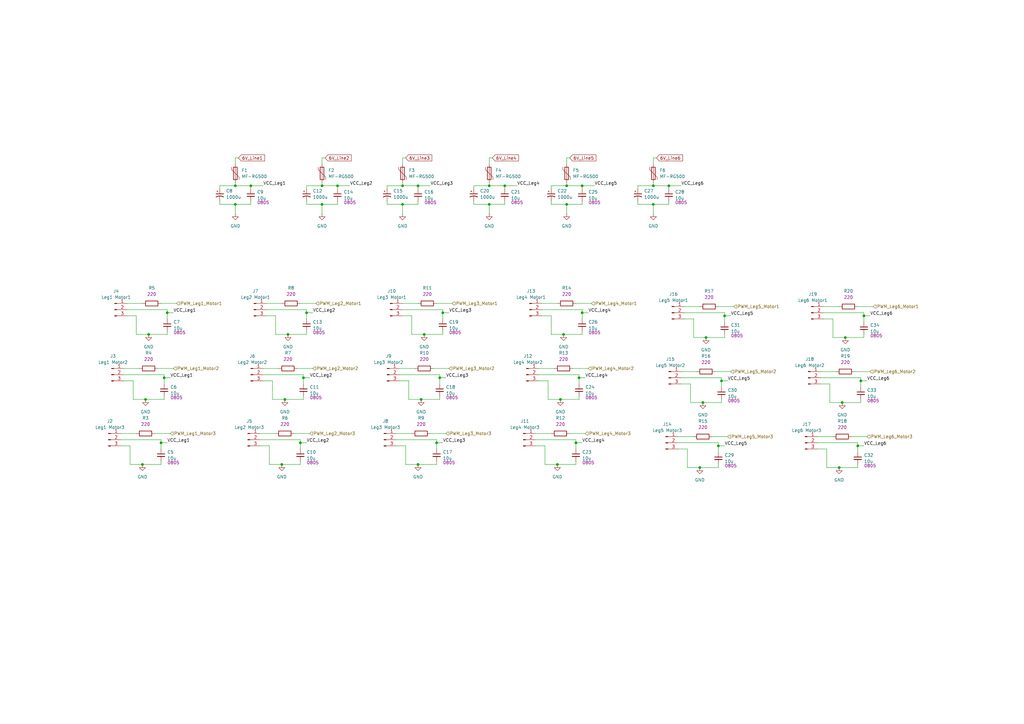
<source format=kicad_sch>
(kicad_sch (version 20250114) (generator "eeschema") (generator_version "9.0")
  (paper "A3")
  (junction (at 267.97 83.82))
  (junction (at 295.91 156.21))
  (junction (at 229.87 163.83))
  (junction (at 237.49 154.94))
  (junction (at 274.32 76.2))
  (junction (at 346.71 138.43))
  (junction (at 200.66 76.2))
  (junction (at 345.44 165.1))
  (junction (at 207.01 76.2))
  (junction (at 165.1 83.82))
  (junction (at 102.87 76.2))
  (junction (at 238.76 128.27))
  (junction (at 354.33 129.54))
  (junction (at 344.17 191.77))
  (junction (at 132.08 83.82))
  (junction (at 232.41 83.82))
  (junction (at 228.6 190.5))
  (junction (at 179.07 181.61))
  (junction (at 125.73 128.27))
  (junction (at 294.64 182.88))
  (junction (at 123.19 181.61))
  (junction (at 289.56 138.43))
  (junction (at 60.96 137.16))
  (junction (at 59.69 163.83))
  (junction (at 171.45 76.2))
  (junction (at 287.02 191.77))
  (junction (at 236.22 181.61))
  (junction (at 232.41 76.2))
  (junction (at 118.11 137.16))
  (junction (at 200.66 83.82))
  (junction (at 231.14 137.16))
  (junction (at 181.61 128.27))
  (junction (at 165.1 76.2))
  (junction (at 66.04 181.61))
  (junction (at 138.43 76.2))
  (junction (at 353.06 156.21))
  (junction (at 124.46 154.94))
  (junction (at 115.57 190.5))
  (junction (at 351.79 182.88))
  (junction (at 297.18 129.54))
  (junction (at 172.72 163.83))
  (junction (at 96.52 76.2))
  (junction (at 171.45 190.5))
  (junction (at 267.97 76.2))
  (junction (at 116.84 163.83))
  (junction (at 67.31 154.94))
  (junction (at 180.34 154.94))
  (junction (at 238.76 76.2))
  (junction (at 96.52 83.82))
  (junction (at 173.99 137.16))
  (junction (at 132.08 76.2))
  (junction (at 68.58 128.27))
  (junction (at 58.42 190.5))
  (junction (at 288.29 165.1))
  (wire (pts (xy 67.31 154.94) (xy 69.85 154.94)))
  (wire (pts (xy 132.08 64.77) (xy 132.08 67.31)))
  (wire (pts (xy 179.07 124.46) (xy 185.42 124.46)))
  (wire (pts (xy 283.21 165.1) (xy 283.21 157.48)))
  (wire (pts (xy 339.09 191.77) (xy 344.17 191.77)))
  (wire (pts (xy 171.45 190.5) (xy 179.07 190.5)))
  (wire (pts (xy 125.73 128.27) (xy 128.27 128.27)))
  (wire (pts (xy 176.53 177.8) (xy 182.88 177.8)))
  (wire (pts (xy 165.1 76.2) (xy 171.45 76.2)))
  (wire (pts (xy 125.73 127) (xy 109.22 127)))
  (wire (pts (xy 295.91 156.21) (xy 295.91 158.75)))
  (wire (pts (xy 115.57 190.5) (xy 123.19 190.5)))
  (wire (pts (xy 66.04 180.34) (xy 49.53 180.34)))
  (wire (pts (xy 179.07 189.23) (xy 179.07 190.5)))
  (wire (pts (xy 339.09 184.15) (xy 335.28 184.15)))
  (wire (pts (xy 354.33 129.54) (xy 356.87 129.54)))
  (wire (pts (xy 111.76 163.83) (xy 111.76 156.21)))
  (wire (pts (xy 96.52 83.82) (xy 102.87 83.82)))
  (wire (pts (xy 180.34 162.56) (xy 180.34 163.83)))
  (wire (pts (xy 341.63 138.43) (xy 346.71 138.43)))
  (wire (pts (xy 354.33 137.16) (xy 354.33 138.43)))
  (wire (pts (xy 351.79 181.61) (xy 351.79 182.88)))
  (wire (pts (xy 125.73 82.55) (xy 125.73 83.82)))
  (wire (pts (xy 66.04 124.46) (xy 72.39 124.46)))
  (wire (pts (xy 179.07 180.34) (xy 179.07 181.61)))
  (wire (pts (xy 283.21 157.48) (xy 279.4 157.48)))
  (wire (pts (xy 125.73 76.2) (xy 125.73 77.47)))
  (wire (pts (xy 123.19 189.23) (xy 123.19 190.5)))
  (wire (pts (xy 138.43 76.2) (xy 138.43 77.47)))
  (wire (pts (xy 236.22 180.34) (xy 219.71 180.34)))
  (wire (pts (xy 233.68 64.77) (xy 232.41 64.77)))
  (wire (pts (xy 138.43 76.2) (xy 143.51 76.2)))
  (wire (pts (xy 66.04 181.61) (xy 66.04 184.15)))
  (wire (pts (xy 294.64 182.88) (xy 297.18 182.88)))
  (wire (pts (xy 284.48 138.43) (xy 284.48 130.81)))
  (wire (pts (xy 238.76 76.2) (xy 243.84 76.2)))
  (wire (pts (xy 194.31 82.55) (xy 194.31 83.82)))
  (wire (pts (xy 167.64 163.83) (xy 172.72 163.83)))
  (wire (pts (xy 167.64 156.21) (xy 163.83 156.21)))
  (wire (pts (xy 294.64 181.61) (xy 294.64 182.88)))
  (wire (pts (xy 297.18 128.27) (xy 280.67 128.27)))
  (wire (pts (xy 124.46 153.67) (xy 107.95 153.67)))
  (wire (pts (xy 67.31 153.67) (xy 50.8 153.67)))
  (wire (pts (xy 295.91 163.83) (xy 295.91 165.1)))
  (wire (pts (xy 351.79 125.73) (xy 358.14 125.73)))
  (wire (pts (xy 354.33 129.54) (xy 354.33 132.08)))
  (wire (pts (xy 284.48 138.43) (xy 289.56 138.43)))
  (wire (pts (xy 295.91 154.94) (xy 279.4 154.94)))
  (wire (pts (xy 238.76 76.2) (xy 238.76 77.47)))
  (wire (pts (xy 133.35 64.77) (xy 132.08 64.77)))
  (wire (pts (xy 200.66 83.82) (xy 207.01 83.82)))
  (wire (pts (xy 63.5 177.8) (xy 69.85 177.8)))
  (wire (pts (xy 353.06 156.21) (xy 353.06 158.75)))
  (wire (pts (xy 66.04 189.23) (xy 66.04 190.5)))
  (wire (pts (xy 353.06 154.94) (xy 353.06 156.21)))
  (wire (pts (xy 55.88 129.54) (xy 52.07 129.54)))
  (wire (pts (xy 96.52 76.2) (xy 102.87 76.2)))
  (wire (pts (xy 261.62 82.55) (xy 261.62 83.82)))
  (wire (pts (xy 232.41 74.93) (xy 232.41 76.2)))
  (wire (pts (xy 353.06 163.83) (xy 353.06 165.1)))
  (wire (pts (xy 125.73 83.82) (xy 132.08 83.82)))
  (wire (pts (xy 194.31 76.2) (xy 200.66 76.2)))
  (wire (pts (xy 165.1 74.93) (xy 165.1 76.2)))
  (wire (pts (xy 281.94 184.15) (xy 278.13 184.15)))
  (wire (pts (xy 55.88 137.16) (xy 55.88 129.54)))
  (wire (pts (xy 172.72 163.83) (xy 180.34 163.83)))
  (wire (pts (xy 158.75 82.55) (xy 158.75 83.82)))
  (wire (pts (xy 237.49 162.56) (xy 237.49 163.83)))
  (wire (pts (xy 54.61 163.83) (xy 54.61 156.21)))
  (wire (pts (xy 121.92 151.13) (xy 128.27 151.13)))
  (wire (pts (xy 50.8 151.13) (xy 57.15 151.13)))
  (wire (pts (xy 163.83 151.13) (xy 170.18 151.13)))
  (wire (pts (xy 233.68 177.8) (xy 240.03 177.8)))
  (wire (pts (xy 123.19 124.46) (xy 129.54 124.46)))
  (wire (pts (xy 168.91 129.54) (xy 165.1 129.54)))
  (wire (pts (xy 158.75 76.2) (xy 158.75 77.47)))
  (wire (pts (xy 267.97 76.2) (xy 274.32 76.2)))
  (wire (pts (xy 297.18 129.54) (xy 299.72 129.54)))
  (wire (pts (xy 223.52 182.88) (xy 219.71 182.88)))
  (wire (pts (xy 67.31 162.56) (xy 67.31 163.83)))
  (wire (pts (xy 124.46 162.56) (xy 124.46 163.83)))
  (wire (pts (xy 346.71 138.43) (xy 354.33 138.43)))
  (wire (pts (xy 102.87 76.2) (xy 107.95 76.2)))
  (wire (pts (xy 340.36 165.1) (xy 345.44 165.1)))
  (wire (pts (xy 52.07 124.46) (xy 58.42 124.46)))
  (wire (pts (xy 90.17 76.2) (xy 90.17 77.47)))
  (wire (pts (xy 181.61 127) (xy 165.1 127)))
  (wire (pts (xy 261.62 76.2) (xy 261.62 77.47)))
  (wire (pts (xy 236.22 180.34) (xy 236.22 181.61)))
  (wire (pts (xy 234.95 151.13) (xy 241.3 151.13)))
  (wire (pts (xy 68.58 127) (xy 52.07 127)))
  (wire (pts (xy 68.58 128.27) (xy 71.12 128.27)))
  (wire (pts (xy 236.22 189.23) (xy 236.22 190.5)))
  (wire (pts (xy 335.28 179.07) (xy 341.63 179.07)))
  (wire (pts (xy 200.66 74.93) (xy 200.66 76.2)))
  (wire (pts (xy 168.91 137.16) (xy 168.91 129.54)))
  (wire (pts (xy 90.17 83.82) (xy 96.52 83.82)))
  (wire (pts (xy 180.34 153.67) (xy 163.83 153.67)))
  (wire (pts (xy 179.07 181.61) (xy 179.07 184.15)))
  (wire (pts (xy 226.06 137.16) (xy 226.06 129.54)))
  (wire (pts (xy 165.1 64.77) (xy 165.1 67.31)))
  (wire (pts (xy 68.58 127) (xy 68.58 128.27)))
  (wire (pts (xy 171.45 76.2) (xy 176.53 76.2)))
  (wire (pts (xy 228.6 190.5) (xy 236.22 190.5)))
  (wire (pts (xy 194.31 83.82) (xy 200.66 83.82)))
  (wire (pts (xy 109.22 124.46) (xy 115.57 124.46)))
  (wire (pts (xy 295.91 154.94) (xy 295.91 156.21)))
  (wire (pts (xy 226.06 76.2) (xy 226.06 77.47)))
  (wire (pts (xy 223.52 190.5) (xy 223.52 182.88)))
  (wire (pts (xy 274.32 76.2) (xy 279.4 76.2)))
  (wire (pts (xy 120.65 177.8) (xy 127 177.8)))
  (wire (pts (xy 294.64 190.5) (xy 294.64 191.77)))
  (wire (pts (xy 267.97 64.77) (xy 267.97 67.31)))
  (wire (pts (xy 110.49 190.5) (xy 115.57 190.5)))
  (wire (pts (xy 177.8 151.13) (xy 184.15 151.13)))
  (wire (pts (xy 96.52 74.93) (xy 96.52 76.2)))
  (wire (pts (xy 166.37 182.88) (xy 162.56 182.88)))
  (wire (pts (xy 111.76 156.21) (xy 107.95 156.21)))
  (wire (pts (xy 236.22 181.61) (xy 238.76 181.61)))
  (wire (pts (xy 274.32 83.82) (xy 274.32 82.55)))
  (wire (pts (xy 281.94 191.77) (xy 287.02 191.77)))
  (wire (pts (xy 224.79 163.83) (xy 224.79 156.21)))
  (wire (pts (xy 53.34 190.5) (xy 58.42 190.5)))
  (wire (pts (xy 354.33 128.27) (xy 337.82 128.27)))
  (wire (pts (xy 166.37 190.5) (xy 171.45 190.5)))
  (wire (pts (xy 289.56 138.43) (xy 297.18 138.43)))
  (wire (pts (xy 207.01 83.82) (xy 207.01 82.55)))
  (wire (pts (xy 287.02 191.77) (xy 294.64 191.77)))
  (wire (pts (xy 224.79 163.83) (xy 229.87 163.83)))
  (wire (pts (xy 232.41 83.82) (xy 232.41 87.63)))
  (wire (pts (xy 180.34 154.94) (xy 182.88 154.94)))
  (wire (pts (xy 167.64 163.83) (xy 167.64 156.21)))
  (wire (pts (xy 125.73 127) (xy 125.73 128.27)))
  (wire (pts (xy 341.63 138.43) (xy 341.63 130.81)))
  (wire (pts (xy 295.91 156.21) (xy 298.45 156.21)))
  (wire (pts (xy 353.06 154.94) (xy 336.55 154.94)))
  (wire (pts (xy 237.49 153.67) (xy 220.98 153.67)))
  (wire (pts (xy 165.1 83.82) (xy 171.45 83.82)))
  (wire (pts (xy 90.17 76.2) (xy 96.52 76.2)))
  (wire (pts (xy 97.79 64.77) (xy 96.52 64.77)))
  (wire (pts (xy 90.17 82.55) (xy 90.17 83.82)))
  (wire (pts (xy 49.53 177.8) (xy 55.88 177.8)))
  (wire (pts (xy 351.79 181.61) (xy 335.28 181.61)))
  (wire (pts (xy 283.21 165.1) (xy 288.29 165.1)))
  (wire (pts (xy 171.45 76.2) (xy 171.45 77.47)))
  (wire (pts (xy 297.18 137.16) (xy 297.18 138.43)))
  (wire (pts (xy 68.58 128.27) (xy 68.58 130.81)))
  (wire (pts (xy 123.19 181.61) (xy 125.73 181.61)))
  (wire (pts (xy 232.41 64.77) (xy 232.41 67.31)))
  (wire (pts (xy 102.87 76.2) (xy 102.87 77.47)))
  (wire (pts (xy 349.25 179.07) (xy 355.6 179.07)))
  (wire (pts (xy 293.37 152.4) (xy 299.72 152.4)))
  (wire (pts (xy 165.1 83.82) (xy 165.1 87.63)))
  (wire (pts (xy 116.84 163.83) (xy 124.46 163.83)))
  (wire (pts (xy 162.56 177.8) (xy 168.91 177.8)))
  (wire (pts (xy 96.52 83.82) (xy 96.52 87.63)))
  (wire (pts (xy 226.06 129.54) (xy 222.25 129.54)))
  (wire (pts (xy 350.52 152.4) (xy 356.87 152.4)))
  (wire (pts (xy 288.29 165.1) (xy 295.91 165.1)))
  (wire (pts (xy 110.49 182.88) (xy 106.68 182.88)))
  (wire (pts (xy 60.96 137.16) (xy 68.58 137.16)))
  (wire (pts (xy 238.76 128.27) (xy 238.76 130.81)))
  (wire (pts (xy 226.06 83.82) (xy 232.41 83.82)))
  (wire (pts (xy 166.37 64.77) (xy 165.1 64.77)))
  (wire (pts (xy 226.06 137.16) (xy 231.14 137.16)))
  (wire (pts (xy 238.76 135.89) (xy 238.76 137.16)))
  (wire (pts (xy 125.73 135.89) (xy 125.73 137.16)))
  (wire (pts (xy 237.49 154.94) (xy 237.49 157.48)))
  (wire (pts (xy 181.61 128.27) (xy 181.61 130.81)))
  (wire (pts (xy 237.49 153.67) (xy 237.49 154.94)))
  (wire (pts (xy 166.37 190.5) (xy 166.37 182.88)))
  (wire (pts (xy 229.87 163.83) (xy 237.49 163.83)))
  (wire (pts (xy 224.79 156.21) (xy 220.98 156.21)))
  (wire (pts (xy 168.91 137.16) (xy 173.99 137.16)))
  (wire (pts (xy 274.32 76.2) (xy 274.32 77.47)))
  (wire (pts (xy 53.34 190.5) (xy 53.34 182.88)))
  (wire (pts (xy 124.46 154.94) (xy 127 154.94)))
  (wire (pts (xy 179.07 180.34) (xy 162.56 180.34)))
  (wire (pts (xy 200.66 76.2) (xy 207.01 76.2)))
  (wire (pts (xy 339.09 191.77) (xy 339.09 184.15)))
  (wire (pts (xy 111.76 163.83) (xy 116.84 163.83)))
  (wire (pts (xy 353.06 156.21) (xy 355.6 156.21)))
  (wire (pts (xy 351.79 182.88) (xy 354.33 182.88)))
  (wire (pts (xy 279.4 152.4) (xy 285.75 152.4)))
  (wire (pts (xy 200.66 64.77) (xy 200.66 67.31)))
  (wire (pts (xy 344.17 191.77) (xy 351.79 191.77)))
  (wire (pts (xy 238.76 127) (xy 222.25 127)))
  (wire (pts (xy 165.1 124.46) (xy 171.45 124.46)))
  (wire (pts (xy 102.87 83.82) (xy 102.87 82.55)))
  (wire (pts (xy 124.46 153.67) (xy 124.46 154.94)))
  (wire (pts (xy 294.64 182.88) (xy 294.64 185.42)))
  (wire (pts (xy 232.41 83.82) (xy 238.76 83.82)))
  (wire (pts (xy 180.34 153.67) (xy 180.34 154.94)))
  (wire (pts (xy 340.36 157.48) (xy 336.55 157.48)))
  (wire (pts (xy 201.93 64.77) (xy 200.66 64.77)))
  (wire (pts (xy 113.03 129.54) (xy 109.22 129.54)))
  (wire (pts (xy 238.76 128.27) (xy 241.3 128.27)))
  (wire (pts (xy 67.31 154.94) (xy 67.31 157.48)))
  (wire (pts (xy 292.1 179.07) (xy 298.45 179.07)))
  (wire (pts (xy 297.18 128.27) (xy 297.18 129.54)))
  (wire (pts (xy 238.76 127) (xy 238.76 128.27)))
  (wire (pts (xy 68.58 135.89) (xy 68.58 137.16)))
  (wire (pts (xy 231.14 137.16) (xy 238.76 137.16)))
  (wire (pts (xy 194.31 76.2) (xy 194.31 77.47)))
  (wire (pts (xy 226.06 76.2) (xy 232.41 76.2)))
  (wire (pts (xy 107.95 151.13) (xy 114.3 151.13)))
  (wire (pts (xy 64.77 151.13) (xy 71.12 151.13)))
  (wire (pts (xy 351.79 190.5) (xy 351.79 191.77)))
  (wire (pts (xy 125.73 128.27) (xy 125.73 130.81)))
  (wire (pts (xy 341.63 130.81) (xy 337.82 130.81)))
  (wire (pts (xy 267.97 74.93) (xy 267.97 76.2)))
  (wire (pts (xy 284.48 130.81) (xy 280.67 130.81)))
  (wire (pts (xy 55.88 137.16) (xy 60.96 137.16)))
  (wire (pts (xy 232.41 76.2) (xy 238.76 76.2)))
  (wire (pts (xy 294.64 125.73) (xy 300.99 125.73)))
  (wire (pts (xy 200.66 83.82) (xy 200.66 87.63)))
  (wire (pts (xy 58.42 190.5) (xy 66.04 190.5)))
  (wire (pts (xy 54.61 163.83) (xy 59.69 163.83)))
  (wire (pts (xy 237.49 154.94) (xy 240.03 154.94)))
  (wire (pts (xy 223.52 190.5) (xy 228.6 190.5)))
  (wire (pts (xy 297.18 129.54) (xy 297.18 132.08)))
  (wire (pts (xy 337.82 125.73) (xy 344.17 125.73)))
  (wire (pts (xy 351.79 182.88) (xy 351.79 185.42)))
  (wire (pts (xy 294.64 181.61) (xy 278.13 181.61)))
  (wire (pts (xy 54.61 156.21) (xy 50.8 156.21)))
  (wire (pts (xy 171.45 83.82) (xy 171.45 82.55)))
  (wire (pts (xy 113.03 137.16) (xy 118.11 137.16)))
  (wire (pts (xy 53.34 182.88) (xy 49.53 182.88)))
  (wire (pts (xy 261.62 76.2) (xy 267.97 76.2)))
  (wire (pts (xy 281.94 191.77) (xy 281.94 184.15)))
  (wire (pts (xy 180.34 154.94) (xy 180.34 157.48)))
  (wire (pts (xy 280.67 125.73) (xy 287.02 125.73)))
  (wire (pts (xy 236.22 124.46) (xy 242.57 124.46)))
  (wire (pts (xy 278.13 179.07) (xy 284.48 179.07)))
  (wire (pts (xy 336.55 152.4) (xy 342.9 152.4)))
  (wire (pts (xy 66.04 181.61) (xy 68.58 181.61)))
  (wire (pts (xy 226.06 82.55) (xy 226.06 83.82)))
  (wire (pts (xy 354.33 128.27) (xy 354.33 129.54)))
  (wire (pts (xy 67.31 153.67) (xy 67.31 154.94)))
  (wire (pts (xy 267.97 83.82) (xy 274.32 83.82)))
  (wire (pts (xy 158.75 76.2) (xy 165.1 76.2)))
  (wire (pts (xy 340.36 165.1) (xy 340.36 157.48)))
  (wire (pts (xy 345.44 165.1) (xy 353.06 165.1)))
  (wire (pts (xy 181.61 127) (xy 181.61 128.27)))
  (wire (pts (xy 66.04 180.34) (xy 66.04 181.61)))
  (wire (pts (xy 59.69 163.83) (xy 67.31 163.83)))
  (wire (pts (xy 222.25 124.46) (xy 228.6 124.46)))
  (wire (pts (xy 220.98 151.13) (xy 227.33 151.13)))
  (wire (pts (xy 269.24 64.77) (xy 267.97 64.77)))
  (wire (pts (xy 207.01 76.2) (xy 207.01 77.47)))
  (wire (pts (xy 181.61 135.89) (xy 181.61 137.16)))
  (wire (pts (xy 219.71 177.8) (xy 226.06 177.8)))
  (wire (pts (xy 123.19 181.61) (xy 123.19 184.15)))
  (wire (pts (xy 132.08 83.82) (xy 132.08 87.63)))
  (wire (pts (xy 207.01 76.2) (xy 212.09 76.2)))
  (wire (pts (xy 106.68 177.8) (xy 113.03 177.8)))
  (wire (pts (xy 110.49 190.5) (xy 110.49 182.88)))
  (wire (pts (xy 123.19 180.34) (xy 106.68 180.34)))
  (wire (pts (xy 261.62 83.82) (xy 267.97 83.82)))
  (wire (pts (xy 181.61 128.27) (xy 184.15 128.27)))
  (wire (pts (xy 267.97 83.82) (xy 267.97 87.63)))
  (wire (pts (xy 96.52 64.77) (xy 96.52 67.31)))
  (wire (pts (xy 123.19 180.34) (xy 123.19 181.61)))
  (wire (pts (xy 124.46 154.94) (xy 124.46 157.48)))
  (wire (pts (xy 125.73 76.2) (xy 132.08 76.2)))
  (wire (pts (xy 132.08 74.93) (xy 132.08 76.2)))
  (wire (pts (xy 173.99 137.16) (xy 181.61 137.16)))
  (wire (pts (xy 179.07 181.61) (xy 181.61 181.61)))
  (wire (pts (xy 236.22 181.61) (xy 236.22 184.15)))
  (wire (pts (xy 118.11 137.16) (xy 125.73 137.16)))
  (wire (pts (xy 132.08 83.82) (xy 138.43 83.82)))
  (wire (pts (xy 138.43 83.82) (xy 138.43 82.55)))
  (wire (pts (xy 238.76 83.82) (xy 238.76 82.55)))
  (wire (pts (xy 158.75 83.82) (xy 165.1 83.82)))
  (wire (pts (xy 113.03 137.16) (xy 113.03 129.54)))
  (wire (pts (xy 132.08 76.2) (xy 138.43 76.2)))
  (label "VCC_Leg1" (at 69.85 154.94 0))
  (label "VCC_Leg5" (at 298.45 156.21 0))
  (label "VCC_Leg6" (at 279.4 76.2 0))
  (label "VCC_Leg4" (at 241.3 128.27 0))
  (label "VCC_Leg4" (at 238.76 181.61 0))
  (label "VCC_Leg3" (at 184.15 128.27 0))
  (label "VCC_Leg3" (at 181.61 181.61 0))
  (label "VCC_Leg5" (at 299.72 129.54 0))
  (label "VCC_Leg5" (at 297.18 182.88 0))
  (label "VCC_Leg2" (at 128.27 128.27 0))
  (label "VCC_Leg2" (at 127 154.94 0))
  (label "VCC_Leg2" (at 125.73 181.61 0))
  (label "VCC_Leg3" (at 182.88 154.94 0))
  (label "VCC_Leg1" (at 71.12 128.27 0))
  (label "VCC_Leg3" (at 176.53 76.2 0))
  (label "VCC_Leg1" (at 107.95 76.2 0))
  (label "VCC_Leg6" (at 356.87 129.54 0))
  (label "VCC_Leg6" (at 354.33 182.88 0))
  (label "VCC_Leg6" (at 355.6 156.21 0))
  (label "VCC_Leg1" (at 68.58 181.61 0))
  (label "VCC_Leg4" (at 212.09 76.2 0))
  (label "VCC_Leg4" (at 240.03 154.94 0))
  (label "VCC_Leg2" (at 143.51 76.2 0))
  (label "VCC_Leg5" (at 243.84 76.2 0))
  (global_label "6V_Line3" (shape input) (at 166.37 64.77 0) (property "Intersheetrefs" "${INTERSHEET_REFS}" (effects (hide yes))))
  (global_label "6V_Line5" (shape input) (at 233.68 64.77 0) (property "Intersheetrefs" "${INTERSHEET_REFS}" (effects (hide yes))))
  (global_label "6V_Line2" (shape input) (at 133.35 64.77 0) (property "Intersheetrefs" "${INTERSHEET_REFS}" (effects (hide yes))))
  (global_label "6V_Line4" (shape input) (at 201.93 64.77 0) (property "Intersheetrefs" "${INTERSHEET_REFS}" (effects (hide yes))))
  (global_label "6V_Line1" (shape input) (at 97.79 64.77 0) (property "Intersheetrefs" "${INTERSHEET_REFS}" (effects (hide yes))))
  (global_label "6V_Line6" (shape input) (at 269.24 64.77 0) (property "Intersheetrefs" "${INTERSHEET_REFS}" (effects (hide yes))))
  (hierarchical_label "PWM_Leg1_Motor3" (shape input) (at 69.85 177.8 0))
  (hierarchical_label "PWM_Leg6_Motor2" (shape input) (at 356.87 152.4 0))
  (hierarchical_label "PWM_Leg4_Motor1" (shape input) (at 242.57 124.46 0))
  (hierarchical_label "PWM_Leg2_Motor2" (shape input) (at 128.27 151.13 0))
  (hierarchical_label "PWM_Leg4_Motor3" (shape input) (at 240.03 177.8 0))
  (hierarchical_label "PWM_Leg1_Motor1" (shape input) (at 72.39 124.46 0))
  (hierarchical_label "PWM_Leg1_Motor2" (shape input) (at 71.12 151.13 0))
  (hierarchical_label "PWM_Leg6_Motor1" (shape input) (at 358.14 125.73 0))
  (hierarchical_label "PWM_Leg5_Motor1" (shape input) (at 300.99 125.73 0))
  (hierarchical_label "PWM_Leg2_Motor3" (shape input) (at 127 177.8 0))
  (hierarchical_label "PWM_Leg4_Motor2" (shape input) (at 241.3 151.13 0))
  (hierarchical_label "PWM_Leg3_Motor2" (shape input) (at 184.15 151.13 0))
  (hierarchical_label "PWM_Leg5_Motor2" (shape input) (at 299.72 152.4 0))
  (hierarchical_label "PWM_Leg5_Motor3" (shape input) (at 298.45 179.07 0))
  (hierarchical_label "PWM_Leg3_Motor1" (shape input) (at 185.42 124.46 0))
  (hierarchical_label "PWM_Leg2_Motor1" (shape input) (at 129.54 124.46 0))
  (hierarchical_label "PWM_Leg6_Motor3" (shape input) (at 355.6 179.07 0))
  (hierarchical_label "PWM_Leg3_Motor3" (shape input) (at 182.88 177.8 0))
  (symbol (lib_id "Device:C_Polarized_Small_US") (at 90.17 80.01 0) (unit 1) (on_board no)
    (property "Reference" "C8" (at 92.71 78.3081 0) (effects (justify left)))
    (property "Value" "1000u" (at 92.71 80.8481 0) (effects (justify left)))
    (property "Footprint" "Capacitor_SMD:CP_Elec_10x10" (effects (hide yes)))
    (property "Description" "Polarized capacitor, small US symbol" (effects (hide yes)))
  )
  (symbol (lib_id "Device:C_Small") (at 297.18 134.62 0) (unit 1) (on_board no)
    (property "Reference" "C31" (at 299.72 133.3562 0) (effects (justify left)))
    (property "Value" "10u" (at 299.72 135.8962 0) (effects (justify left)))
    (property "Footprint" "Capacitor_SMD:C_0805_2012Metric_Pad1.18x1.45mm_HandSolder" (effects (hide yes)))
    (property "Description" "0805" (at 302.26 137.668 0))
  )
  (symbol (lib_id "Device:C_Small") (at 294.64 187.96 0) (unit 1) (on_board no)
    (property "Reference" "C29" (at 297.18 186.6962 0) (effects (justify left)))
    (property "Value" "10u" (at 297.18 189.2362 0) (effects (justify left)))
    (property "Footprint" "Capacitor_SMD:C_0805_2012Metric_Pad1.18x1.45mm_HandSolder" (effects (hide yes)))
    (property "Description" "0805" (at 299.72 191.008 0))
  )
  (symbol (lib_id "Connector:Conn_01x03_Pin") (at 331.47 154.94 0) (unit 1) (on_board no)
    (property "Reference" "J18" (at 332.105 147.32 0))
    (property "Value" "Leg6 Motor2" (at 332.105 149.86 0))
    (property "Footprint" "Connector_PinHeader_2.54mm:PinHeader_1x03_P2.54mm_Vertical" (effects (hide yes)))
    (property "Description" "Generic connector, single row, 01x03, script generated" (effects (hide yes)))
  )
  (symbol (lib_id "Device:C_Small") (at 351.79 187.96 0) (unit 1) (on_board no)
    (property "Reference" "C32" (at 354.33 186.6962 0) (effects (justify left)))
    (property "Value" "10u" (at 354.33 189.2362 0) (effects (justify left)))
    (property "Footprint" "Capacitor_SMD:C_0805_2012Metric_Pad1.18x1.45mm_HandSolder" (effects (hide yes)))
    (property "Description" "0805" (at 356.87 191.008 0))
  )
  (symbol (lib_id "Device:Polyfuse") (at 200.66 71.12 0) (unit 1) (on_board no)
    (property "Reference" "F4" (at 203.2 69.8499 0) (effects (justify left)))
    (property "Value" "MF-RG500" (at 203.2 72.3899 0) (effects (justify left)))
    (property "Footprint" "Fuse:Fuse_Bourns_MF-RG500" (effects (hide yes)))
    (property "Description" "Resettable fuse, polymeric positive temperature coefficient" (effects (hide yes)))
  )
  (symbol (lib_id "Connector:Conn_01x03_Pin") (at 104.14 127 0) (unit 1) (on_board no)
    (property "Reference" "J7" (at 104.775 119.38 0))
    (property "Value" "Leg2 Motor1" (at 104.775 121.92 0))
    (property "Footprint" "Connector_PinHeader_2.54mm:PinHeader_1x03_P2.54mm_Vertical" (effects (hide yes)))
    (property "Description" "Generic connector, single row, 01x03, script generated" (effects (hide yes)))
  )
  (symbol (lib_id "Device:C_Small") (at 236.22 186.69 0) (unit 1) (on_board no)
    (property "Reference" "C23" (at 238.76 185.4262 0) (effects (justify left)))
    (property "Value" "10u" (at 238.76 187.9662 0) (effects (justify left)))
    (property "Footprint" "Capacitor_SMD:C_0805_2012Metric_Pad1.18x1.45mm_HandSolder" (effects (hide yes)))
    (property "Description" "0805" (at 241.3 189.738 0))
  )
  (symbol (lib_id "Device:C_Small") (at 123.19 186.69 0) (unit 1) (on_board no)
    (property "Reference" "C10" (at 125.73 185.4262 0) (effects (justify left)))
    (property "Value" "10u" (at 125.73 187.9662 0) (effects (justify left)))
    (property "Footprint" "Capacitor_SMD:C_0805_2012Metric_Pad1.18x1.45mm_HandSolder" (effects (hide yes)))
    (property "Description" "0805" (at 128.27 189.738 0))
  )
  (symbol (lib_id "PCM_4ms_Resistor:150K_0603") (at 172.72 177.8 90) (unit 1) (on_board no)
    (property "Reference" "R9" (at 172.72 171.45 90))
    (property "Value" "150K_0603" (effects (hide yes)))
    (property "Footprint" "PCM_4ms_Resistor:R_0805_2012Metric" (effects (hide yes)))
    (property "Description" "150K, 1%, 1/10W, 0603" (effects (hide yes)))
    (property "Specifications" "150K, 1%, 1/10W, 0603" (effects (hide yes)))
    (property "Manufacturer" "Yageo" (effects (hide yes)))
    (property "Part Number" "RC0603FR-07150KL" (effects (hide yes)))
    (property "Display" "220" (at 172.72 173.99 90))
    (property "JLCPCB ID" "C22807" (effects (hide yes)))
  )
  (symbol (lib_id "power:GND") (at 200.66 87.63 0) (unit 1) (on_board no)
    (property "Reference" "#PWR021" (effects (hide yes)))
    (property "Value" "GND" (at 200.66 92.71 0))
    (property "Description" "Power symbol creates a global label with name \"GND\" , ground" (effects (hide yes)))
  )
  (symbol (lib_id "power:GND") (at 58.42 190.5 0) (unit 1) (on_board no)
    (property "Reference" "#PWR09" (effects (hide yes)))
    (property "Value" "GND" (at 58.42 195.58 0))
    (property "Description" "Power symbol creates a global label with name \"GND\" , ground" (effects (hide yes)))
  )
  (symbol (lib_id "Connector:Conn_01x03_Pin") (at 274.32 154.94 0) (unit 1) (on_board no)
    (property "Reference" "J15" (at 274.955 147.32 0))
    (property "Value" "Leg5 Motor2" (at 274.955 149.86 0))
    (property "Footprint" "Connector_PinHeader_2.54mm:PinHeader_1x03_P2.54mm_Vertical" (effects (hide yes)))
    (property "Description" "Generic connector, single row, 01x03, script generated" (effects (hide yes)))
  )
  (symbol (lib_id "Device:C_Small") (at 125.73 133.35 0) (unit 1) (on_board no)
    (property "Reference" "C13" (at 128.27 132.0862 0) (effects (justify left)))
    (property "Value" "10u" (at 128.27 134.6262 0) (effects (justify left)))
    (property "Footprint" "Capacitor_SMD:C_0805_2012Metric_Pad1.18x1.45mm_HandSolder" (effects (hide yes)))
    (property "Description" "0805" (at 130.81 136.398 0))
  )
  (symbol (lib_id "PCM_4ms_Resistor:150K_0603") (at 290.83 125.73 90) (unit 1) (on_board no)
    (property "Reference" "R17" (at 290.83 119.38 90))
    (property "Value" "150K_0603" (effects (hide yes)))
    (property "Footprint" "PCM_4ms_Resistor:R_0805_2012Metric" (effects (hide yes)))
    (property "Description" "150K, 1%, 1/10W, 0603" (effects (hide yes)))
    (property "Specifications" "150K, 1%, 1/10W, 0603" (effects (hide yes)))
    (property "Manufacturer" "Yageo" (effects (hide yes)))
    (property "Part Number" "RC0603FR-07150KL" (effects (hide yes)))
    (property "Display" "220" (at 290.83 121.92 90))
    (property "JLCPCB ID" "C22807" (effects (hide yes)))
  )
  (symbol (lib_id "PCM_4ms_Resistor:150K_0603") (at 229.87 177.8 90) (unit 1) (on_board no)
    (property "Reference" "R12" (at 229.87 171.45 90))
    (property "Value" "150K_0603" (effects (hide yes)))
    (property "Footprint" "PCM_4ms_Resistor:R_0805_2012Metric" (effects (hide yes)))
    (property "Description" "150K, 1%, 1/10W, 0603" (effects (hide yes)))
    (property "Specifications" "150K, 1%, 1/10W, 0603" (effects (hide yes)))
    (property "Manufacturer" "Yageo" (effects (hide yes)))
    (property "Part Number" "RC0603FR-07150KL" (effects (hide yes)))
    (property "Display" "220" (at 229.87 173.99 90))
    (property "JLCPCB ID" "C22807" (effects (hide yes)))
  )
  (symbol (lib_id "Device:C_Small") (at 66.04 186.69 0) (unit 1) (on_board no)
    (property "Reference" "C5" (at 68.58 185.4262 0) (effects (justify left)))
    (property "Value" "10u" (at 68.58 187.9662 0) (effects (justify left)))
    (property "Footprint" "Capacitor_SMD:C_0805_2012Metric_Pad1.18x1.45mm_HandSolder" (effects (hide yes)))
    (property "Description" "0805" (at 71.12 189.738 0))
  )
  (symbol (lib_id "power:GND") (at 232.41 87.63 0) (unit 1) (on_board no)
    (property "Reference" "#PWR025" (effects (hide yes)))
    (property "Value" "GND" (at 232.41 92.71 0))
    (property "Description" "Power symbol creates a global label with name \"GND\" , ground" (effects (hide yes)))
  )
  (symbol (lib_id "Connector:Conn_01x03_Pin") (at 44.45 180.34 0) (unit 1) (on_board no)
    (property "Reference" "J2" (at 45.085 172.72 0))
    (property "Value" "Leg1 Motor3" (at 45.085 175.26 0))
    (property "Footprint" "Connector_PinHeader_2.54mm:PinHeader_1x03_P2.54mm_Vertical" (effects (hide yes)))
    (property "Description" "Generic connector, single row, 01x03, script generated" (effects (hide yes)))
  )
  (symbol (lib_id "power:GND") (at 60.96 137.16 0) (unit 1) (on_board no)
    (property "Reference" "#PWR011" (effects (hide yes)))
    (property "Value" "GND" (at 60.96 142.24 0))
    (property "Description" "Power symbol creates a global label with name \"GND\" , ground" (effects (hide yes)))
  )
  (symbol (lib_id "Device:C_Small") (at 102.87 80.01 0) (unit 1) (on_board no)
    (property "Reference" "C9" (at 105.41 78.7462 0) (effects (justify left)))
    (property "Value" "10u" (at 105.41 81.2862 0) (effects (justify left)))
    (property "Footprint" "Capacitor_SMD:C_0805_2012Metric_Pad1.18x1.45mm_HandSolder" (effects (hide yes)))
    (property "Description" "0805" (at 107.95 83.058 0))
  )
  (symbol (lib_id "power:GND") (at 229.87 163.83 0) (unit 1) (on_board no)
    (property "Reference" "#PWR023" (effects (hide yes)))
    (property "Value" "GND" (at 229.87 168.91 0))
    (property "Description" "Power symbol creates a global label with name \"GND\" , ground" (effects (hide yes)))
  )
  (symbol (lib_id "Device:C_Small") (at 180.34 160.02 0) (unit 1) (on_board no)
    (property "Reference" "C18" (at 182.88 158.7562 0) (effects (justify left)))
    (property "Value" "10u" (at 182.88 161.2962 0) (effects (justify left)))
    (property "Footprint" "Capacitor_SMD:C_0805_2012Metric_Pad1.18x1.45mm_HandSolder" (effects (hide yes)))
    (property "Description" "0805" (at 185.42 163.068 0))
  )
  (symbol (lib_id "PCM_4ms_Resistor:150K_0603") (at 118.11 151.13 90) (unit 1) (on_board no)
    (property "Reference" "R7" (at 118.11 144.78 90))
    (property "Value" "150K_0603" (effects (hide yes)))
    (property "Footprint" "PCM_4ms_Resistor:R_0805_2012Metric" (effects (hide yes)))
    (property "Description" "150K, 1%, 1/10W, 0603" (effects (hide yes)))
    (property "Specifications" "150K, 1%, 1/10W, 0603" (effects (hide yes)))
    (property "Manufacturer" "Yageo" (effects (hide yes)))
    (property "Part Number" "RC0603FR-07150KL" (effects (hide yes)))
    (property "Display" "220" (at 118.11 147.32 90))
    (property "JLCPCB ID" "C22807" (effects (hide yes)))
  )
  (symbol (lib_id "Device:C_Small") (at 207.01 80.01 0) (unit 1) (on_board no)
    (property "Reference" "C21" (at 209.55 78.7462 0) (effects (justify left)))
    (property "Value" "10u" (at 209.55 81.2862 0) (effects (justify left)))
    (property "Footprint" "Capacitor_SMD:C_0805_2012Metric_Pad1.18x1.45mm_HandSolder" (effects (hide yes)))
    (property "Description" "0805" (at 212.09 83.058 0))
  )
  (symbol (lib_id "Connector:Conn_01x03_Pin") (at 215.9 153.67 0) (unit 1) (on_board no)
    (property "Reference" "J12" (at 216.535 146.05 0))
    (property "Value" "Leg4 Motor2" (at 216.535 148.59 0))
    (property "Footprint" "Connector_PinHeader_2.54mm:PinHeader_1x03_P2.54mm_Vertical" (effects (hide yes)))
    (property "Description" "Generic connector, single row, 01x03, script generated" (effects (hide yes)))
  )
  (symbol (lib_id "PCM_4ms_Resistor:150K_0603") (at 173.99 151.13 90) (unit 1) (on_board no)
    (property "Reference" "R10" (at 173.99 144.78 90))
    (property "Value" "150K_0603" (effects (hide yes)))
    (property "Footprint" "PCM_4ms_Resistor:R_0805_2012Metric" (effects (hide yes)))
    (property "Description" "150K, 1%, 1/10W, 0603" (effects (hide yes)))
    (property "Specifications" "150K, 1%, 1/10W, 0603" (effects (hide yes)))
    (property "Manufacturer" "Yageo" (effects (hide yes)))
    (property "Part Number" "RC0603FR-07150KL" (effects (hide yes)))
    (property "Display" "220" (at 173.99 147.32 90))
    (property "JLCPCB ID" "C22807" (effects (hide yes)))
  )
  (symbol (lib_id "Device:C_Small") (at 138.43 80.01 0) (unit 1) (on_board no)
    (property "Reference" "C14" (at 140.97 78.7462 0) (effects (justify left)))
    (property "Value" "10u" (at 140.97 81.2862 0) (effects (justify left)))
    (property "Footprint" "Capacitor_SMD:C_0805_2012Metric_Pad1.18x1.45mm_HandSolder" (effects (hide yes)))
    (property "Description" "0805" (at 143.51 83.058 0))
  )
  (symbol (lib_id "Connector:Conn_01x03_Pin") (at 214.63 180.34 0) (unit 1) (on_board no)
    (property "Reference" "J11" (at 215.265 172.72 0))
    (property "Value" "Leg4 Motor3" (at 215.265 175.26 0))
    (property "Footprint" "Connector_PinHeader_2.54mm:PinHeader_1x03_P2.54mm_Vertical" (effects (hide yes)))
    (property "Description" "Generic connector, single row, 01x03, script generated" (effects (hide yes)))
  )
  (symbol (lib_id "power:GND") (at 288.29 165.1 0) (unit 1) (on_board no)
    (property "Reference" "#PWR028" (effects (hide yes)))
    (property "Value" "GND" (at 288.29 170.18 0))
    (property "Description" "Power symbol creates a global label with name \"GND\" , ground" (effects (hide yes)))
  )
  (symbol (lib_id "Connector:Conn_01x03_Pin") (at 102.87 153.67 0) (unit 1) (on_board no)
    (property "Reference" "J6" (at 103.505 146.05 0))
    (property "Value" "Leg2 Motor2" (at 103.505 148.59 0))
    (property "Footprint" "Connector_PinHeader_2.54mm:PinHeader_1x03_P2.54mm_Vertical" (effects (hide yes)))
    (property "Description" "Generic connector, single row, 01x03, script generated" (effects (hide yes)))
  )
  (symbol (lib_id "power:GND") (at 115.57 190.5 0) (unit 1) (on_board no)
    (property "Reference" "#PWR013" (effects (hide yes)))
    (property "Value" "GND" (at 115.57 195.58 0))
    (property "Description" "Power symbol creates a global label with name \"GND\" , ground" (effects (hide yes)))
  )
  (symbol (lib_id "power:GND") (at 116.84 163.83 0) (unit 1) (on_board no)
    (property "Reference" "#PWR014" (effects (hide yes)))
    (property "Value" "GND" (at 116.84 168.91 0))
    (property "Description" "Power symbol creates a global label with name \"GND\" , ground" (effects (hide yes)))
  )
  (symbol (lib_id "Device:C_Small") (at 171.45 80.01 0) (unit 1) (on_board no)
    (property "Reference" "C16" (at 173.99 78.7462 0) (effects (justify left)))
    (property "Value" "10u" (at 173.99 81.2862 0) (effects (justify left)))
    (property "Footprint" "Capacitor_SMD:C_0805_2012Metric_Pad1.18x1.45mm_HandSolder" (effects (hide yes)))
    (property "Description" "0805" (at 176.53 83.058 0))
  )
  (symbol (lib_id "PCM_4ms_Resistor:150K_0603") (at 59.69 177.8 90) (unit 1) (on_board no)
    (property "Reference" "R3" (at 59.69 171.45 90))
    (property "Value" "150K_0603" (effects (hide yes)))
    (property "Footprint" "PCM_4ms_Resistor:R_0805_2012Metric" (effects (hide yes)))
    (property "Description" "150K, 1%, 1/10W, 0603" (effects (hide yes)))
    (property "Specifications" "150K, 1%, 1/10W, 0603" (effects (hide yes)))
    (property "Manufacturer" "Yageo" (effects (hide yes)))
    (property "Part Number" "RC0603FR-07150KL" (effects (hide yes)))
    (property "Display" "220" (at 59.69 173.99 90))
    (property "JLCPCB ID" "C22807" (effects (hide yes)))
  )
  (symbol (lib_id "power:GND") (at 132.08 87.63 0) (unit 1) (on_board no)
    (property "Reference" "#PWR016" (effects (hide yes)))
    (property "Value" "GND" (at 132.08 92.71 0))
    (property "Description" "Power symbol creates a global label with name \"GND\" , ground" (effects (hide yes)))
  )
  (symbol (lib_id "Connector:Conn_01x03_Pin") (at 330.2 181.61 0) (unit 1) (on_board no)
    (property "Reference" "J17" (at 330.835 173.99 0))
    (property "Value" "Leg6 Motor3" (at 330.835 176.53 0))
    (property "Footprint" "Connector_PinHeader_2.54mm:PinHeader_1x03_P2.54mm_Vertical" (effects (hide yes)))
    (property "Description" "Generic connector, single row, 01x03, script generated" (effects (hide yes)))
  )
  (symbol (lib_id "power:GND") (at 171.45 190.5 0) (unit 1) (on_board no)
    (property "Reference" "#PWR018" (effects (hide yes)))
    (property "Value" "GND" (at 171.45 195.58 0))
    (property "Description" "Power symbol creates a global label with name \"GND\" , ground" (effects (hide yes)))
  )
  (symbol (lib_id "PCM_4ms_Resistor:150K_0603") (at 232.41 124.46 90) (unit 1) (on_board no)
    (property "Reference" "R14" (at 232.41 118.11 90))
    (property "Value" "150K_0603" (effects (hide yes)))
    (property "Footprint" "PCM_4ms_Resistor:R_0805_2012Metric" (effects (hide yes)))
    (property "Description" "150K, 1%, 1/10W, 0603" (effects (hide yes)))
    (property "Specifications" "150K, 1%, 1/10W, 0603" (effects (hide yes)))
    (property "Manufacturer" "Yageo" (effects (hide yes)))
    (property "Part Number" "RC0603FR-07150KL" (effects (hide yes)))
    (property "Display" "220" (at 232.41 120.65 90))
    (property "JLCPCB ID" "C22807" (effects (hide yes)))
  )
  (symbol (lib_id "PCM_4ms_Resistor:150K_0603") (at 289.56 152.4 90) (unit 1) (on_board no)
    (property "Reference" "R16" (at 289.56 146.05 90))
    (property "Value" "150K_0603" (effects (hide yes)))
    (property "Footprint" "PCM_4ms_Resistor:R_0805_2012Metric" (effects (hide yes)))
    (property "Description" "150K, 1%, 1/10W, 0603" (effects (hide yes)))
    (property "Specifications" "150K, 1%, 1/10W, 0603" (effects (hide yes)))
    (property "Manufacturer" "Yageo" (effects (hide yes)))
    (property "Part Number" "RC0603FR-07150KL" (effects (hide yes)))
    (property "Display" "220" (at 289.56 148.59 90))
    (property "JLCPCB ID" "C22807" (effects (hide yes)))
  )
  (symbol (lib_id "power:GND") (at 287.02 191.77 0) (unit 1) (on_board no)
    (property "Reference" "#PWR027" (effects (hide yes)))
    (property "Value" "GND" (at 287.02 196.85 0))
    (property "Description" "Power symbol creates a global label with name \"GND\" , ground" (effects (hide yes)))
  )
  (symbol (lib_id "Device:C_Small") (at 238.76 133.35 0) (unit 1) (on_board no)
    (property "Reference" "C26" (at 241.3 132.0862 0) (effects (justify left)))
    (property "Value" "10u" (at 241.3 134.6262 0) (effects (justify left)))
    (property "Footprint" "Capacitor_SMD:C_0805_2012Metric_Pad1.18x1.45mm_HandSolder" (effects (hide yes)))
    (property "Description" "0805" (at 243.84 136.398 0))
  )
  (symbol (lib_id "Device:C_Small") (at 354.33 134.62 0) (unit 1) (on_board no)
    (property "Reference" "C34" (at 356.87 133.3562 0) (effects (justify left)))
    (property "Value" "10u" (at 356.87 135.8962 0) (effects (justify left)))
    (property "Footprint" "Capacitor_SMD:C_0805_2012Metric_Pad1.18x1.45mm_HandSolder" (effects (hide yes)))
    (property "Description" "0805" (at 359.41 137.668 0))
  )
  (symbol (lib_id "Connector:Conn_01x03_Pin") (at 275.59 128.27 0) (unit 1) (on_board no)
    (property "Reference" "J16" (at 276.225 120.65 0))
    (property "Value" "Leg5 Motor1" (at 276.225 123.19 0))
    (property "Footprint" "Connector_PinHeader_2.54mm:PinHeader_1x03_P2.54mm_Vertical" (effects (hide yes)))
    (property "Description" "Generic connector, single row, 01x03, script generated" (effects (hide yes)))
  )
  (symbol (lib_id "Connector:Conn_01x03_Pin") (at 101.6 180.34 0) (unit 1) (on_board no)
    (property "Reference" "J5" (at 102.235 172.72 0))
    (property "Value" "Leg2 Motor3" (at 102.235 175.26 0))
    (property "Footprint" "Connector_PinHeader_2.54mm:PinHeader_1x03_P2.54mm_Vertical" (effects (hide yes)))
    (property "Description" "Generic connector, single row, 01x03, script generated" (effects (hide yes)))
  )
  (symbol (lib_id "power:GND") (at 267.97 87.63 0) (unit 1) (on_board no)
    (property "Reference" "#PWR026" (effects (hide yes)))
    (property "Value" "GND" (at 267.97 92.71 0))
    (property "Description" "Power symbol creates a global label with name \"GND\" , ground" (effects (hide yes)))
  )
  (symbol (lib_id "Device:C_Polarized_Small_US") (at 226.06 80.01 0) (unit 1) (on_board no)
    (property "Reference" "C22" (at 228.6 78.3081 0) (effects (justify left)))
    (property "Value" "1000u" (at 228.6 80.8481 0) (effects (justify left)))
    (property "Footprint" "Capacitor_SMD:CP_Elec_10x10" (effects (hide yes)))
    (property "Description" "Polarized capacitor, small US symbol" (effects (hide yes)))
  )
  (symbol (lib_id "power:GND") (at 96.52 87.63 0) (unit 1) (on_board no)
    (property "Reference" "#PWR012" (effects (hide yes)))
    (property "Value" "GND" (at 96.52 92.71 0))
    (property "Description" "Power symbol creates a global label with name \"GND\" , ground" (effects (hide yes)))
  )
  (symbol (lib_id "Device:Polyfuse") (at 132.08 71.12 0) (unit 1) (on_board no)
    (property "Reference" "F2" (at 134.62 69.8499 0) (effects (justify left)))
    (property "Value" "MF-RG500" (at 134.62 72.3899 0) (effects (justify left)))
    (property "Footprint" "Fuse:Fuse_Bourns_MF-RG500" (effects (hide yes)))
    (property "Description" "Resettable fuse, polymeric positive temperature coefficient" (effects (hide yes)))
  )
  (symbol (lib_id "PCM_4ms_Resistor:150K_0603") (at 60.96 151.13 90) (unit 1) (on_board no)
    (property "Reference" "R4" (at 60.96 144.78 90))
    (property "Value" "150K_0603" (effects (hide yes)))
    (property "Footprint" "PCM_4ms_Resistor:R_0805_2012Metric" (effects (hide yes)))
    (property "Description" "150K, 1%, 1/10W, 0603" (effects (hide yes)))
    (property "Specifications" "150K, 1%, 1/10W, 0603" (effects (hide yes)))
    (property "Manufacturer" "Yageo" (effects (hide yes)))
    (property "Part Number" "RC0603FR-07150KL" (effects (hide yes)))
    (property "Display" "220" (at 60.96 147.32 90))
    (property "JLCPCB ID" "C22807" (effects (hide yes)))
  )
  (symbol (lib_id "Device:C_Small") (at 274.32 80.01 0) (unit 1) (on_board no)
    (property "Reference" "C28" (at 276.86 78.7462 0) (effects (justify left)))
    (property "Value" "10u" (at 276.86 81.2862 0) (effects (justify left)))
    (property "Footprint" "Capacitor_SMD:C_0805_2012Metric_Pad1.18x1.45mm_HandSolder" (effects (hide yes)))
    (property "Description" "0805" (at 279.4 83.058 0))
  )
  (symbol (lib_id "Connector:Conn_01x03_Pin") (at 45.72 153.67 0) (unit 1) (on_board no)
    (property "Reference" "J3" (at 46.355 146.05 0))
    (property "Value" "Leg1 Motor2" (at 46.355 148.59 0))
    (property "Footprint" "Connector_PinHeader_2.54mm:PinHeader_1x03_P2.54mm_Vertical" (effects (hide yes)))
    (property "Description" "Generic connector, single row, 01x03, script generated" (effects (hide yes)))
  )
  (symbol (lib_id "power:GND") (at 118.11 137.16 0) (unit 1) (on_board no)
    (property "Reference" "#PWR015" (effects (hide yes)))
    (property "Value" "GND" (at 118.11 142.24 0))
    (property "Description" "Power symbol creates a global label with name \"GND\" , ground" (effects (hide yes)))
  )
  (symbol (lib_id "PCM_4ms_Resistor:150K_0603") (at 231.14 151.13 90) (unit 1) (on_board no)
    (property "Reference" "R13" (at 231.14 144.78 90))
    (property "Value" "150K_0603" (effects (hide yes)))
    (property "Footprint" "PCM_4ms_Resistor:R_0805_2012Metric" (effects (hide yes)))
    (property "Description" "150K, 1%, 1/10W, 0603" (effects (hide yes)))
    (property "Specifications" "150K, 1%, 1/10W, 0603" (effects (hide yes)))
    (property "Manufacturer" "Yageo" (effects (hide yes)))
    (property "Part Number" "RC0603FR-07150KL" (effects (hide yes)))
    (property "Display" "220" (at 231.14 147.32 90))
    (property "JLCPCB ID" "C22807" (effects (hide yes)))
  )
  (symbol (lib_id "Connector:Conn_01x03_Pin") (at 157.48 180.34 0) (unit 1) (on_board no)
    (property "Reference" "J8" (at 158.115 172.72 0))
    (property "Value" "Leg3 Motor3" (at 158.115 175.26 0))
    (property "Footprint" "Connector_PinHeader_2.54mm:PinHeader_1x03_P2.54mm_Vertical" (effects (hide yes)))
    (property "Description" "Generic connector, single row, 01x03, script generated" (effects (hide yes)))
  )
  (symbol (lib_id "PCM_4ms_Resistor:150K_0603") (at 345.44 179.07 90) (unit 1) (on_board no)
    (property "Reference" "R18" (at 345.44 172.72 90))
    (property "Value" "150K_0603" (effects (hide yes)))
    (property "Footprint" "PCM_4ms_Resistor:R_0805_2012Metric" (effects (hide yes)))
    (property "Description" "150K, 1%, 1/10W, 0603" (effects (hide yes)))
    (property "Specifications" "150K, 1%, 1/10W, 0603" (effects (hide yes)))
    (property "Manufacturer" "Yageo" (effects (hide yes)))
    (property "Part Number" "RC0603FR-07150KL" (effects (hide yes)))
    (property "Display" "220" (at 345.44 175.26 90))
    (property "JLCPCB ID" "C22807" (effects (hide yes)))
  )
  (symbol (lib_id "PCM_4ms_Resistor:150K_0603") (at 116.84 177.8 90) (unit 1) (on_board no)
    (property "Reference" "R6" (at 116.84 171.45 90))
    (property "Value" "150K_0603" (effects (hide yes)))
    (property "Footprint" "PCM_4ms_Resistor:R_0805_2012Metric" (effects (hide yes)))
    (property "Description" "150K, 1%, 1/10W, 0603" (effects (hide yes)))
    (property "Specifications" "150K, 1%, 1/10W, 0603" (effects (hide yes)))
    (property "Manufacturer" "Yageo" (effects (hide yes)))
    (property "Part Number" "RC0603FR-07150KL" (effects (hide yes)))
    (property "Display" "220" (at 116.84 173.99 90))
    (property "JLCPCB ID" "C22807" (effects (hide yes)))
  )
  (symbol (lib_id "PCM_4ms_Resistor:150K_0603") (at 175.26 124.46 90) (unit 1) (on_board no)
    (property "Reference" "R11" (at 175.26 118.11 90))
    (property "Value" "150K_0603" (effects (hide yes)))
    (property "Footprint" "PCM_4ms_Resistor:R_0805_2012Metric" (effects (hide yes)))
    (property "Description" "150K, 1%, 1/10W, 0603" (effects (hide yes)))
    (property "Specifications" "150K, 1%, 1/10W, 0603" (effects (hide yes)))
    (property "Manufacturer" "Yageo" (effects (hide yes)))
    (property "Part Number" "RC0603FR-07150KL" (effects (hide yes)))
    (property "Display" "220" (at 175.26 120.65 90))
    (property "JLCPCB ID" "C22807" (effects (hide yes)))
  )
  (symbol (lib_id "Device:C_Small") (at 181.61 133.35 0) (unit 1) (on_board no)
    (property "Reference" "C19" (at 184.15 132.0862 0) (effects (justify left)))
    (property "Value" "10u" (at 184.15 134.6262 0) (effects (justify left)))
    (property "Footprint" "Capacitor_SMD:C_0805_2012Metric_Pad1.18x1.45mm_HandSolder" (effects (hide yes)))
    (property "Description" "0805" (at 186.69 136.398 0))
  )
  (symbol (lib_id "Connector:Conn_01x03_Pin") (at 332.74 128.27 0) (unit 1) (on_board no)
    (property "Reference" "J19" (at 333.375 120.65 0))
    (property "Value" "Leg6 Motor1" (at 333.375 123.19 0))
    (property "Footprint" "Connector_PinHeader_2.54mm:PinHeader_1x03_P2.54mm_Vertical" (effects (hide yes)))
    (property "Description" "Generic connector, single row, 01x03, script generated" (effects (hide yes)))
  )
  (symbol (lib_id "power:GND") (at 345.44 165.1 0) (unit 1) (on_board no)
    (property "Reference" "#PWR031" (effects (hide yes)))
    (property "Value" "GND" (at 345.44 170.18 0))
    (property "Description" "Power symbol creates a global label with name \"GND\" , ground" (effects (hide yes)))
  )
  (symbol (lib_id "Device:C_Polarized_Small_US") (at 158.75 80.01 0) (unit 1) (on_board no)
    (property "Reference" "C15" (at 161.29 78.3081 0) (effects (justify left)))
    (property "Value" "1000u" (at 161.29 80.8481 0) (effects (justify left)))
    (property "Footprint" "Capacitor_SMD:CP_Elec_10x10" (effects (hide yes)))
    (property "Description" "Polarized capacitor, small US symbol" (effects (hide yes)))
  )
  (symbol (lib_id "PCM_4ms_Resistor:150K_0603") (at 288.29 179.07 90) (unit 1) (on_board no)
    (property "Reference" "R15" (at 288.29 172.72 90))
    (property "Value" "150K_0603" (effects (hide yes)))
    (property "Footprint" "PCM_4ms_Resistor:R_0805_2012Metric" (effects (hide yes)))
    (property "Description" "150K, 1%, 1/10W, 0603" (effects (hide yes)))
    (property "Specifications" "150K, 1%, 1/10W, 0603" (effects (hide yes)))
    (property "Manufacturer" "Yageo" (effects (hide yes)))
    (property "Part Number" "RC0603FR-07150KL" (effects (hide yes)))
    (property "Display" "220" (at 288.29 175.26 90))
    (property "JLCPCB ID" "C22807" (effects (hide yes)))
  )
  (symbol (lib_id "Connector:Conn_01x03_Pin") (at 160.02 127 0) (unit 1) (on_board no)
    (property "Reference" "J10" (at 160.655 119.38 0))
    (property "Value" "Leg3 Motor1" (at 160.655 121.92 0))
    (property "Footprint" "Connector_PinHeader_2.54mm:PinHeader_1x03_P2.54mm_Vertical" (effects (hide yes)))
    (property "Description" "Generic connector, single row, 01x03, script generated" (effects (hide yes)))
  )
  (symbol (lib_id "power:GND") (at 172.72 163.83 0) (unit 1) (on_board no)
    (property "Reference" "#PWR019" (effects (hide yes)))
    (property "Value" "GND" (at 172.72 168.91 0))
    (property "Description" "Power symbol creates a global label with name \"GND\" , ground" (effects (hide yes)))
  )
  (symbol (lib_id "power:GND") (at 344.17 191.77 0) (unit 1) (on_board no)
    (property "Reference" "#PWR030" (effects (hide yes)))
    (property "Value" "GND" (at 344.17 196.85 0))
    (property "Description" "Power symbol creates a global label with name \"GND\" , ground" (effects (hide yes)))
  )
  (symbol (lib_id "Connector:Conn_01x03_Pin") (at 158.75 153.67 0) (unit 1) (on_board no)
    (property "Reference" "J9" (at 159.385 146.05 0))
    (property "Value" "Leg3 Motor2" (at 159.385 148.59 0))
    (property "Footprint" "Connector_PinHeader_2.54mm:PinHeader_1x03_P2.54mm_Vertical" (effects (hide yes)))
    (property "Description" "Generic connector, single row, 01x03, script generated" (effects (hide yes)))
  )
  (symbol (lib_id "Device:C_Small") (at 68.58 133.35 0) (unit 1) (on_board no)
    (property "Reference" "C7" (at 71.12 132.0862 0) (effects (justify left)))
    (property "Value" "10u" (at 71.12 134.6262 0) (effects (justify left)))
    (property "Footprint" "Capacitor_SMD:C_0805_2012Metric_Pad1.18x1.45mm_HandSolder" (effects (hide yes)))
    (property "Description" "0805" (at 73.66 136.398 0))
  )
  (symbol (lib_id "Connector:Conn_01x03_Pin") (at 46.99 127 0) (unit 1) (on_board no)
    (property "Reference" "J4" (at 47.625 119.38 0))
    (property "Value" "Leg1 Motor1" (at 47.625 121.92 0))
    (property "Footprint" "Connector_PinHeader_2.54mm:PinHeader_1x03_P2.54mm_Vertical" (effects (hide yes)))
    (property "Description" "Generic connector, single row, 01x03, script generated" (effects (hide yes)))
  )
  (symbol (lib_id "power:GND") (at 231.14 137.16 0) (unit 1) (on_board no)
    (property "Reference" "#PWR024" (effects (hide yes)))
    (property "Value" "GND" (at 231.14 142.24 0))
    (property "Description" "Power symbol creates a global label with name \"GND\" , ground" (effects (hide yes)))
  )
  (symbol (lib_id "Device:C_Small") (at 67.31 160.02 0) (unit 1) (on_board no)
    (property "Reference" "C6" (at 69.85 158.7562 0) (effects (justify left)))
    (property "Value" "10u" (at 69.85 161.2962 0) (effects (justify left)))
    (property "Footprint" "Capacitor_SMD:C_0805_2012Metric_Pad1.18x1.45mm_HandSolder" (effects (hide yes)))
    (property "Description" "0805" (at 72.39 163.068 0))
  )
  (symbol (lib_id "power:GND") (at 289.56 138.43 0) (unit 1) (on_board no)
    (property "Reference" "#PWR029" (effects (hide yes)))
    (property "Value" "GND" (at 289.56 143.51 0))
    (property "Description" "Power symbol creates a global label with name \"GND\" , ground" (effects (hide yes)))
  )
  (symbol (lib_id "PCM_4ms_Resistor:150K_0603") (at 346.71 152.4 90) (unit 1) (on_board no)
    (property "Reference" "R19" (at 346.71 146.05 90))
    (property "Value" "150K_0603" (effects (hide yes)))
    (property "Footprint" "PCM_4ms_Resistor:R_0805_2012Metric" (effects (hide yes)))
    (property "Description" "150K, 1%, 1/10W, 0603" (effects (hide yes)))
    (property "Specifications" "150K, 1%, 1/10W, 0603" (effects (hide yes)))
    (property "Manufacturer" "Yageo" (effects (hide yes)))
    (property "Part Number" "RC0603FR-07150KL" (effects (hide yes)))
    (property "Display" "220" (at 346.71 148.59 90))
    (property "JLCPCB ID" "C22807" (effects (hide yes)))
  )
  (symbol (lib_id "Device:C_Polarized_Small_US") (at 125.73 80.01 0) (unit 1) (on_board no)
    (property "Reference" "C12" (at 128.27 78.3081 0) (effects (justify left)))
    (property "Value" "1000u" (at 128.27 80.8481 0) (effects (justify left)))
    (property "Footprint" "Capacitor_SMD:CP_Elec_10x10" (effects (hide yes)))
    (property "Description" "Polarized capacitor, small US symbol" (effects (hide yes)))
  )
  (symbol (lib_id "Device:C_Small") (at 179.07 186.69 0) (unit 1) (on_board no)
    (property "Reference" "C17" (at 181.61 185.4262 0) (effects (justify left)))
    (property "Value" "10u" (at 181.61 187.9662 0) (effects (justify left)))
    (property "Footprint" "Capacitor_SMD:C_0805_2012Metric_Pad1.18x1.45mm_HandSolder" (effects (hide yes)))
    (property "Description" "0805" (at 184.15 189.738 0))
  )
  (symbol (lib_id "power:GND") (at 165.1 87.63 0) (unit 1) (on_board no)
    (property "Reference" "#PWR017" (effects (hide yes)))
    (property "Value" "GND" (at 165.1 92.71 0))
    (property "Description" "Power symbol creates a global label with name \"GND\" , ground" (effects (hide yes)))
  )
  (symbol (lib_id "Device:C_Polarized_Small_US") (at 194.31 80.01 0) (unit 1) (on_board no)
    (property "Reference" "C20" (at 196.85 78.3081 0) (effects (justify left)))
    (property "Value" "1000u" (at 196.85 80.8481 0) (effects (justify left)))
    (property "Footprint" "Capacitor_SMD:CP_Elec_10x10" (effects (hide yes)))
    (property "Description" "Polarized capacitor, small US symbol" (effects (hide yes)))
  )
  (symbol (lib_id "Device:C_Small") (at 238.76 80.01 0) (unit 1) (on_board no)
    (property "Reference" "C25" (at 241.3 78.7462 0) (effects (justify left)))
    (property "Value" "10u" (at 241.3 81.2862 0) (effects (justify left)))
    (property "Footprint" "Capacitor_SMD:C_0805_2012Metric_Pad1.18x1.45mm_HandSolder" (effects (hide yes)))
    (property "Description" "0805" (at 243.84 83.058 0))
  )
  (symbol (lib_id "power:GND") (at 228.6 190.5 0) (unit 1) (on_board no)
    (property "Reference" "#PWR022" (effects (hide yes)))
    (property "Value" "GND" (at 228.6 195.58 0))
    (property "Description" "Power symbol creates a global label with name \"GND\" , ground" (effects (hide yes)))
  )
  (symbol (lib_id "Connector:Conn_01x03_Pin") (at 217.17 127 0) (unit 1) (on_board no)
    (property "Reference" "J13" (at 217.805 119.38 0))
    (property "Value" "Leg4 Motor1" (at 217.805 121.92 0))
    (property "Footprint" "Connector_PinHeader_2.54mm:PinHeader_1x03_P2.54mm_Vertical" (effects (hide yes)))
    (property "Description" "Generic connector, single row, 01x03, script generated" (effects (hide yes)))
  )
  (symbol (lib_id "Device:C_Small") (at 237.49 160.02 0) (unit 1) (on_board no)
    (property "Reference" "C24" (at 240.03 158.7562 0) (effects (justify left)))
    (property "Value" "10u" (at 240.03 161.2962 0) (effects (justify left)))
    (property "Footprint" "Capacitor_SMD:C_0805_2012Metric_Pad1.18x1.45mm_HandSolder" (effects (hide yes)))
    (property "Description" "0805" (at 242.57 163.068 0))
  )
  (symbol (lib_id "PCM_4ms_Resistor:150K_0603") (at 62.23 124.46 90) (unit 1) (on_board no)
    (property "Reference" "R5" (at 62.23 118.11 90))
    (property "Value" "150K_0603" (effects (hide yes)))
    (property "Footprint" "PCM_4ms_Resistor:R_0805_2012Metric" (effects (hide yes)))
    (property "Description" "150K, 1%, 1/10W, 0603" (effects (hide yes)))
    (property "Specifications" "150K, 1%, 1/10W, 0603" (effects (hide yes)))
    (property "Manufacturer" "Yageo" (effects (hide yes)))
    (property "Part Number" "RC0603FR-07150KL" (effects (hide yes)))
    (property "Display" "220" (at 62.23 120.65 90))
    (property "JLCPCB ID" "C22807" (effects (hide yes)))
  )
  (symbol (lib_id "Device:C_Small") (at 124.46 160.02 0) (unit 1) (on_board no)
    (property "Reference" "C11" (at 127 158.7562 0) (effects (justify left)))
    (property "Value" "10u" (at 127 161.2962 0) (effects (justify left)))
    (property "Footprint" "Capacitor_SMD:C_0805_2012Metric_Pad1.18x1.45mm_HandSolder" (effects (hide yes)))
    (property "Description" "0805" (at 129.54 163.068 0))
  )
  (symbol (lib_id "Device:Polyfuse") (at 232.41 71.12 0) (unit 1) (on_board no)
    (property "Reference" "F5" (at 234.95 69.8499 0) (effects (justify left)))
    (property "Value" "MF-RG500" (at 234.95 72.3899 0) (effects (justify left)))
    (property "Footprint" "Fuse:Fuse_Bourns_MF-RG500" (effects (hide yes)))
    (property "Description" "Resettable fuse, polymeric positive temperature coefficient" (effects (hide yes)))
  )
  (symbol (lib_id "Device:C_Polarized_Small_US") (at 261.62 80.01 0) (unit 1) (on_board no)
    (property "Reference" "C27" (at 264.16 78.3081 0) (effects (justify left)))
    (property "Value" "1000u" (at 264.16 80.8481 0) (effects (justify left)))
    (property "Footprint" "Capacitor_SMD:CP_Elec_10x10" (effects (hide yes)))
    (property "Description" "Polarized capacitor, small US symbol" (effects (hide yes)))
  )
  (symbol (lib_id "power:GND") (at 346.71 138.43 0) (unit 1) (on_board no)
    (property "Reference" "#PWR032" (effects (hide yes)))
    (property "Value" "GND" (at 346.71 143.51 0))
    (property "Description" "Power symbol creates a global label with name \"GND\" , ground" (effects (hide yes)))
  )
  (symbol (lib_id "Connector:Conn_01x03_Pin") (at 273.05 181.61 0) (unit 1) (on_board no)
    (property "Reference" "J14" (at 273.685 173.99 0))
    (property "Value" "Leg5 Motor3" (at 273.685 176.53 0))
    (property "Footprint" "Connector_PinHeader_2.54mm:PinHeader_1x03_P2.54mm_Vertical" (effects (hide yes)))
    (property "Description" "Generic connector, single row, 01x03, script generated" (effects (hide yes)))
  )
  (symbol (lib_id "PCM_4ms_Resistor:150K_0603") (at 347.98 125.73 90) (unit 1) (on_board no)
    (property "Reference" "R20" (at 347.98 119.38 90))
    (property "Value" "150K_0603" (effects (hide yes)))
    (property "Footprint" "PCM_4ms_Resistor:R_0805_2012Metric" (effects (hide yes)))
    (property "Description" "150K, 1%, 1/10W, 0603" (effects (hide yes)))
    (property "Specifications" "150K, 1%, 1/10W, 0603" (effects (hide yes)))
    (property "Manufacturer" "Yageo" (effects (hide yes)))
    (property "Part Number" "RC0603FR-07150KL" (effects (hide yes)))
    (property "Display" "220" (at 347.98 121.92 90))
    (property "JLCPCB ID" "C22807" (effects (hide yes)))
  )
  (symbol (lib_id "Device:Polyfuse") (at 267.97 71.12 0) (unit 1) (on_board no)
    (property "Reference" "F6" (at 270.51 69.8499 0) (effects (justify left)))
    (property "Value" "MF-RG500" (at 270.51 72.3899 0) (effects (justify left)))
    (property "Footprint" "Fuse:Fuse_Bourns_MF-RG500" (effects (hide yes)))
    (property "Description" "Resettable fuse, polymeric positive temperature coefficient" (effects (hide yes)))
  )
  (symbol (lib_id "Device:C_Small") (at 295.91 161.29 0) (unit 1) (on_board no)
    (property "Reference" "C30" (at 298.45 160.0262 0) (effects (justify left)))
    (property "Value" "10u" (at 298.45 162.5662 0) (effects (justify left)))
    (property "Footprint" "Capacitor_SMD:C_0805_2012Metric_Pad1.18x1.45mm_HandSolder" (effects (hide yes)))
    (property "Description" "0805" (at 300.99 164.338 0))
  )
  (symbol (lib_id "Device:C_Small") (at 353.06 161.29 0) (unit 1) (on_board no)
    (property "Reference" "C33" (at 355.6 160.0262 0) (effects (justify left)))
    (property "Value" "10u" (at 355.6 162.5662 0) (effects (justify left)))
    (property "Footprint" "Capacitor_SMD:C_0805_2012Metric_Pad1.18x1.45mm_HandSolder" (effects (hide yes)))
    (property "Description" "0805" (at 358.14 164.338 0))
  )
  (symbol (lib_id "power:GND") (at 173.99 137.16 0) (unit 1) (on_board no)
    (property "Reference" "#PWR020" (effects (hide yes)))
    (property "Value" "GND" (at 173.99 142.24 0))
    (property "Description" "Power symbol creates a global label with name \"GND\" , ground" (effects (hide yes)))
  )
  (symbol (lib_id "PCM_4ms_Resistor:150K_0603") (at 119.38 124.46 90) (unit 1) (on_board no)
    (property "Reference" "R8" (at 119.38 118.11 90))
    (property "Value" "150K_0603" (effects (hide yes)))
    (property "Footprint" "PCM_4ms_Resistor:R_0805_2012Metric" (effects (hide yes)))
    (property "Description" "150K, 1%, 1/10W, 0603" (effects (hide yes)))
    (property "Specifications" "150K, 1%, 1/10W, 0603" (effects (hide yes)))
    (property "Manufacturer" "Yageo" (effects (hide yes)))
    (property "Part Number" "RC0603FR-07150KL" (effects (hide yes)))
    (property "Display" "220" (at 119.38 120.65 90))
    (property "JLCPCB ID" "C22807" (effects (hide yes)))
  )
  (symbol (lib_id "Device:Polyfuse") (at 96.52 71.12 0) (unit 1) (on_board no)
    (property "Reference" "F1" (at 99.06 69.8499 0) (effects (justify left)))
    (property "Value" "MF-RG500" (at 99.06 72.3899 0) (effects (justify left)))
    (property "Footprint" "Fuse:Fuse_Bourns_MF-RG500" (effects (hide yes)))
    (property "Description" "Resettable fuse, polymeric positive temperature coefficient" (effects (hide yes)))
  )
  (symbol (lib_id "Device:Polyfuse") (at 165.1 71.12 0) (unit 1) (on_board no)
    (property "Reference" "F3" (at 167.64 69.8499 0) (effects (justify left)))
    (property "Value" "MF-RG500" (at 167.64 72.3899 0) (effects (justify left)))
    (property "Footprint" "Fuse:Fuse_Bourns_MF-RG500" (effects (hide yes)))
    (property "Description" "Resettable fuse, polymeric positive temperature coefficient" (effects (hide yes)))
  )
  (symbol (lib_id "power:GND") (at 59.69 163.83 0) (unit 1) (on_board no)
    (property "Reference" "#PWR010" (effects (hide yes)))
    (property "Value" "GND" (at 59.69 168.91 0))
    (property "Description" "Power symbol creates a global label with name \"GND\" , ground" (effects (hide yes)))
  )
)
</source>
